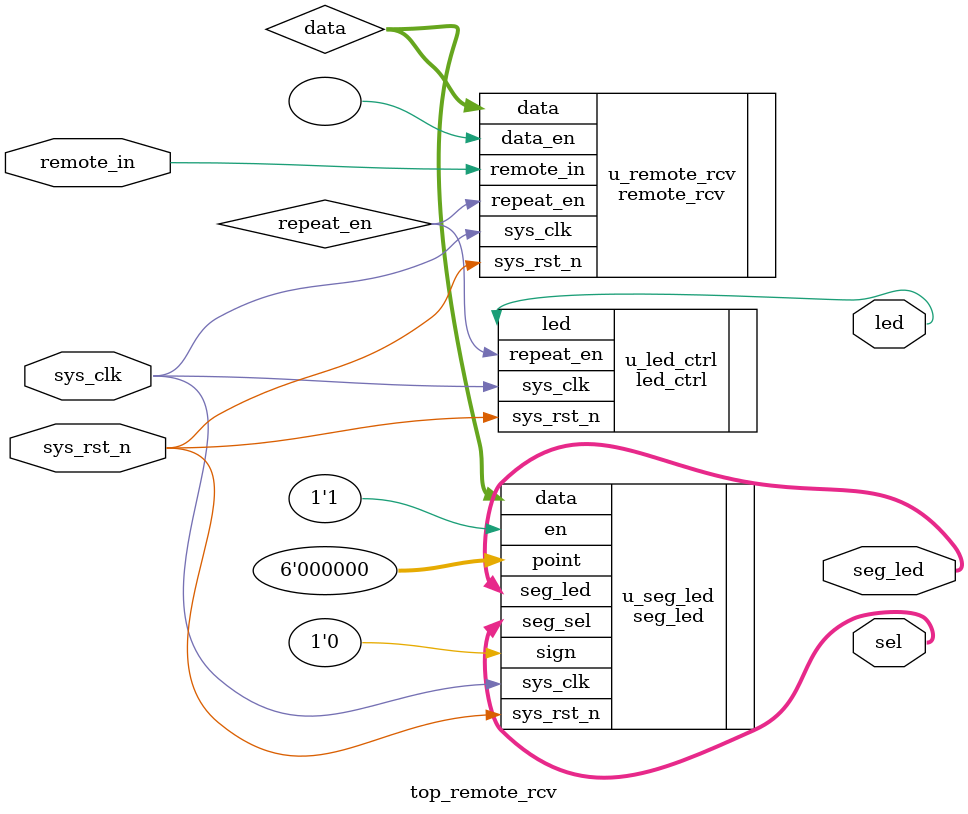
<source format=v>
/****************************************************************************************/
/****************************************************************************************
	File name    : top_remote_rcv
	LastEditors  : H
	LastEditTime : 2021-09-15 15:59:05
	Last Version : 1.0
	Description  : top module
	
	----------------------------------------------------------------------------------------
	
	Author       : H
	Date         : 2021-09-15 15:58:18
	FilePath     : top_remote_rcv.v
	Copyright 2021 H, All Rights Reserved. 
 ****************************************************************************************/
/****************************************************************************************/

module top_remote_rcv(
    // System Clock
    input        sys_clk,
    input        sys_rst_n,

    // User Interface
    input           remote_in,
    output  [5:0]   sel,
    output  [7:0]   seg_led,
    output          led
);
    // wire define
    wire [7:0]      data;
    wire            repeat_en;

    /*******************************************************************************
     *                                 Main Code
    *******************************************************************************/
    seg_led u_seg_led(
        .sys_clk        (sys_clk),
        .sys_rst_n      (sys_rst_n),
        .seg_sel        (sel),
        .seg_led    (seg_led),
        .data       (data),
        .point      (6'b0),
        .en         (1'b1),
        .sign       (1'b0)
    );

    // HS0038B module
    remote_rcv u_remote_rcv(
        .sys_clk    (sys_clk),
        .sys_rst_n  (sys_rst_n),
        .remote_in  (remote_in),
        .repeat_en  (repeat_en),
        .data_en    (),
        .data       (data)
    );

    led_ctrl u_led_ctrl(
        .sys_clk    (sys_clk),
        .sys_rst_n  (sys_rst_n),
        .repeat_en  (repeat_en),
        .led        (led)
    );
endmodule
</source>
